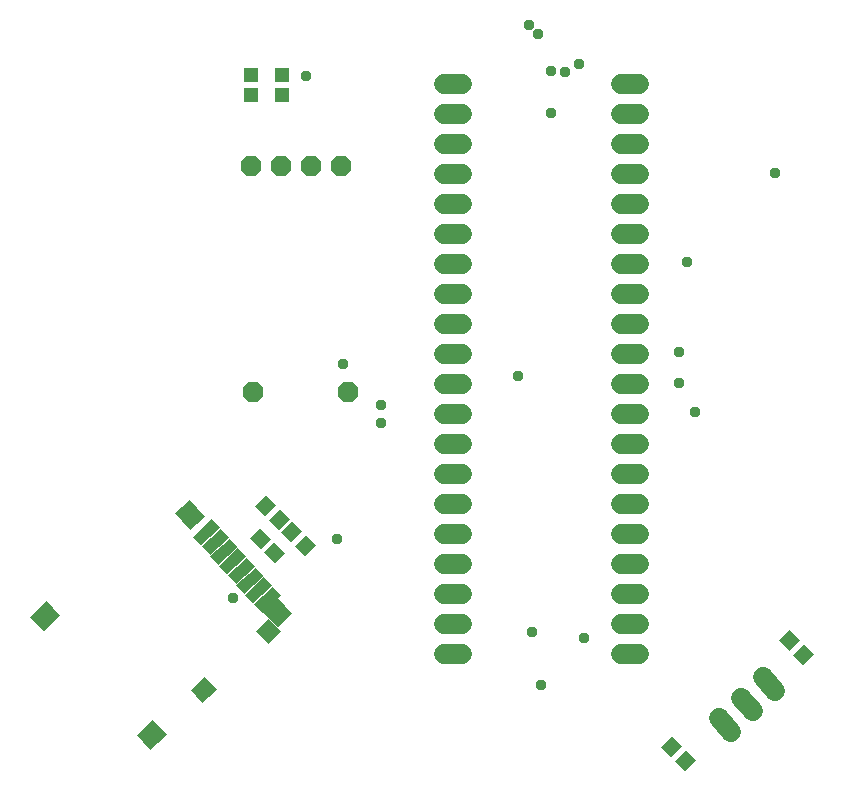
<source format=gbr>
G04 EAGLE Gerber RS-274X export*
G75*
%MOMM*%
%FSLAX34Y34*%
%LPD*%
%INSoldermask Top*%
%IPPOS*%
%AMOC8*
5,1,8,0,0,1.08239X$1,22.5*%
G01*
%ADD10R,2.203200X1.003200*%
%ADD11R,1.703200X1.903200*%
%ADD12R,1.803200X1.703200*%
%ADD13R,1.503200X1.493200*%
%ADD14R,1.603200X1.493200*%
%ADD15P,1.852186X8X22.500000*%
%ADD16C,1.727200*%
%ADD17R,1.203200X1.303200*%
%ADD18P,1.869504X8X22.500000*%
%ADD19R,1.303200X1.203200*%
%ADD20C,0.959600*%


D10*
G36*
X250400Y216487D02*
X266772Y231228D01*
X273484Y223773D01*
X257112Y209032D01*
X250400Y216487D01*
G37*
G36*
X243040Y224661D02*
X259412Y239402D01*
X266124Y231947D01*
X249752Y217206D01*
X243040Y224661D01*
G37*
G36*
X235679Y232836D02*
X252051Y247577D01*
X258763Y240122D01*
X242391Y225381D01*
X235679Y232836D01*
G37*
G36*
X228319Y241010D02*
X244691Y255751D01*
X251403Y248296D01*
X235031Y233555D01*
X228319Y241010D01*
G37*
G36*
X220959Y249185D02*
X237331Y263926D01*
X244043Y256471D01*
X227671Y241730D01*
X220959Y249185D01*
G37*
G36*
X213598Y257360D02*
X229970Y272101D01*
X236682Y264646D01*
X220310Y249905D01*
X213598Y257360D01*
G37*
G36*
X206238Y265534D02*
X222610Y280275D01*
X229322Y272820D01*
X212950Y258079D01*
X206238Y265534D01*
G37*
G36*
X198877Y273709D02*
X215249Y288450D01*
X221961Y280995D01*
X205589Y266254D01*
X198877Y273709D01*
G37*
D11*
G36*
X165486Y118500D02*
X176883Y105842D01*
X162740Y93108D01*
X151343Y105766D01*
X165486Y118500D01*
G37*
D12*
G36*
X270495Y196859D02*
X258429Y210258D01*
X271085Y221655D01*
X283151Y208256D01*
X270495Y196859D01*
G37*
D13*
G36*
X273492Y192830D02*
X262322Y182772D01*
X252330Y193868D01*
X263500Y203926D01*
X273492Y192830D01*
G37*
D14*
G36*
X196966Y144017D02*
X208879Y154745D01*
X218870Y143649D01*
X206957Y132921D01*
X196966Y144017D01*
G37*
D11*
G36*
X75153Y218825D02*
X86550Y206167D01*
X72407Y193433D01*
X61010Y206091D01*
X75153Y218825D01*
G37*
G36*
X183486Y293491D02*
X196144Y304888D01*
X208878Y290745D01*
X196220Y279348D01*
X183486Y293491D01*
G37*
D15*
X250000Y396000D03*
X330000Y396000D03*
D16*
X681410Y154471D02*
X691803Y143325D01*
X673227Y126002D02*
X662833Y137148D01*
X644257Y119825D02*
X654651Y108680D01*
D17*
G36*
X616413Y92739D02*
X624771Y84084D01*
X615397Y75033D01*
X607039Y83688D01*
X616413Y92739D01*
G37*
G36*
X604603Y104967D02*
X612961Y96312D01*
X603587Y87261D01*
X595229Y95916D01*
X604603Y104967D01*
G37*
G36*
X716413Y182739D02*
X724771Y174084D01*
X715397Y165033D01*
X707039Y173688D01*
X716413Y182739D01*
G37*
G36*
X704603Y194967D02*
X712961Y186312D01*
X703587Y177261D01*
X695229Y185916D01*
X704603Y194967D01*
G37*
D16*
X426620Y657300D02*
X411380Y657300D01*
X411380Y631900D02*
X426620Y631900D01*
X426620Y606500D02*
X411380Y606500D01*
X411380Y581100D02*
X426620Y581100D01*
X426620Y555700D02*
X411380Y555700D01*
X411380Y530300D02*
X426620Y530300D01*
X426620Y504900D02*
X411380Y504900D01*
X411380Y479500D02*
X426620Y479500D01*
X426620Y454100D02*
X411380Y454100D01*
X411380Y428700D02*
X426620Y428700D01*
X426620Y403300D02*
X411380Y403300D01*
X411380Y377900D02*
X426620Y377900D01*
X426620Y352500D02*
X411380Y352500D01*
X411380Y327100D02*
X426620Y327100D01*
X426620Y301700D02*
X411380Y301700D01*
X411380Y276300D02*
X426620Y276300D01*
X426620Y250900D02*
X411380Y250900D01*
X411380Y225500D02*
X426620Y225500D01*
X426620Y200100D02*
X411380Y200100D01*
X411380Y174700D02*
X426620Y174700D01*
X561380Y174700D02*
X576620Y174700D01*
X576620Y200100D02*
X561380Y200100D01*
X561380Y225500D02*
X576620Y225500D01*
X576620Y250900D02*
X561380Y250900D01*
X561380Y276300D02*
X576620Y276300D01*
X576620Y301700D02*
X561380Y301700D01*
X561380Y327100D02*
X576620Y327100D01*
X576620Y352500D02*
X561380Y352500D01*
X561380Y377900D02*
X576620Y377900D01*
X576620Y403300D02*
X561380Y403300D01*
X561380Y428700D02*
X576620Y428700D01*
X576620Y454100D02*
X561380Y454100D01*
X561380Y479500D02*
X576620Y479500D01*
X576620Y504900D02*
X561380Y504900D01*
X561380Y530300D02*
X576620Y530300D01*
X576620Y555700D02*
X561380Y555700D01*
X561380Y581100D02*
X576620Y581100D01*
X576620Y606500D02*
X561380Y606500D01*
X561380Y631900D02*
X576620Y631900D01*
X576620Y657300D02*
X561380Y657300D01*
D18*
X247900Y587300D03*
X273300Y587300D03*
X298700Y587300D03*
X324100Y587300D03*
D19*
X248000Y647500D03*
X248000Y664500D03*
X274000Y647500D03*
X274000Y664500D03*
D17*
G36*
X281637Y269149D02*
X273129Y277657D01*
X282343Y286871D01*
X290851Y278363D01*
X281637Y269149D01*
G37*
G36*
X293657Y257129D02*
X285149Y265637D01*
X294363Y274851D01*
X302871Y266343D01*
X293657Y257129D01*
G37*
G36*
X272363Y296851D02*
X280871Y288343D01*
X271657Y279129D01*
X263149Y287637D01*
X272363Y296851D01*
G37*
G36*
X260343Y308871D02*
X268851Y300363D01*
X259637Y291149D01*
X251129Y299657D01*
X260343Y308871D01*
G37*
D19*
G36*
X267657Y268851D02*
X276871Y259637D01*
X268363Y251129D01*
X259149Y260343D01*
X267657Y268851D01*
G37*
G36*
X255637Y280871D02*
X264851Y271657D01*
X256343Y263149D01*
X247129Y272363D01*
X255637Y280871D01*
G37*
D20*
X321000Y272000D03*
X326000Y420000D03*
X502000Y668000D03*
X502000Y632000D03*
X233000Y222000D03*
X474000Y410000D03*
X358000Y370000D03*
X358000Y385182D03*
X692000Y582000D03*
X295000Y664000D03*
X514000Y666718D03*
X526000Y674000D03*
X494000Y148000D03*
X610000Y404000D03*
X624000Y379000D03*
X610000Y430000D03*
X491000Y699000D03*
X530000Y188000D03*
X617282Y506000D03*
X483000Y707000D03*
X486000Y192818D03*
M02*

</source>
